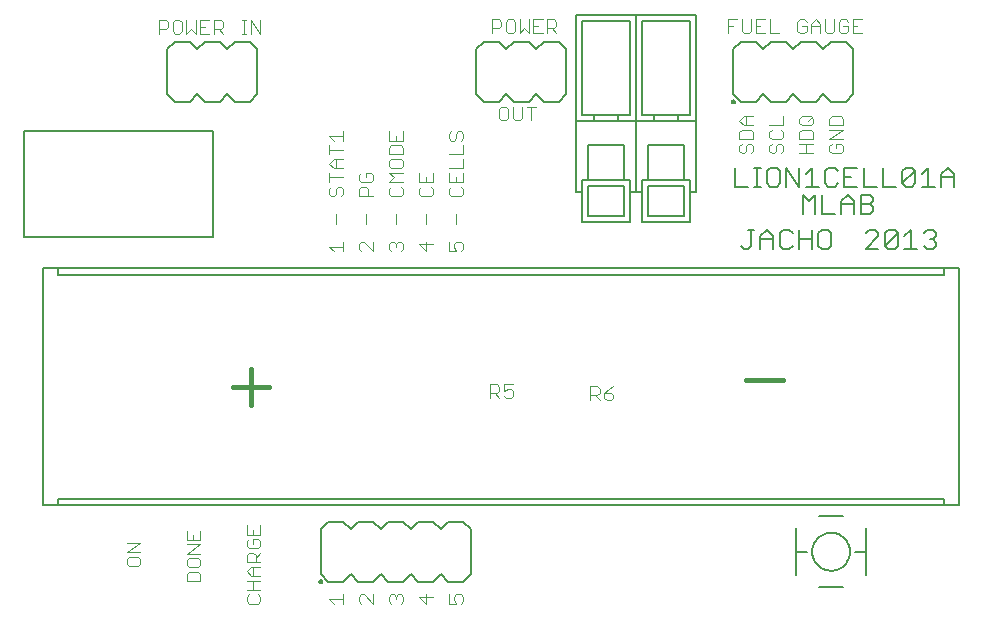
<source format=gbr>
G75*
G70*
%OFA0B0*%
%FSLAX24Y24*%
%IPPOS*%
%LPD*%
%AMOC8*
5,1,8,0,0,1.08239X$1,22.5*
%
%ADD10C,0.0060*%
%ADD11C,0.0040*%
%ADD12C,0.0050*%
%ADD13C,0.0160*%
D10*
X010160Y006163D02*
X010410Y005913D01*
X010910Y005913D01*
X011160Y006163D01*
X011410Y005913D01*
X011910Y005913D01*
X012160Y006163D01*
X012410Y005913D01*
X012910Y005913D01*
X013160Y006163D01*
X013410Y005913D01*
X013910Y005913D01*
X014160Y006163D01*
X014410Y005913D01*
X014910Y005913D01*
X015160Y006163D01*
X015160Y007663D01*
X014910Y007913D01*
X014410Y007913D01*
X014160Y007663D01*
X013910Y007913D01*
X013410Y007913D01*
X013160Y007663D01*
X012910Y007913D01*
X012410Y007913D01*
X012160Y007663D01*
X011910Y007913D01*
X011410Y007913D01*
X011160Y007663D01*
X010910Y007913D01*
X010410Y007913D01*
X010160Y007663D01*
X010160Y006163D01*
X024164Y017109D02*
X024271Y017002D01*
X024378Y017002D01*
X024485Y017109D01*
X024485Y017643D01*
X024591Y017643D02*
X024378Y017643D01*
X024809Y017429D02*
X025022Y017643D01*
X025236Y017429D01*
X025236Y017002D01*
X025454Y017109D02*
X025560Y017002D01*
X025774Y017002D01*
X025881Y017109D01*
X026098Y017002D02*
X026098Y017643D01*
X025881Y017536D02*
X025774Y017643D01*
X025560Y017643D01*
X025454Y017536D01*
X025454Y017109D01*
X025236Y017322D02*
X024809Y017322D01*
X024809Y017429D02*
X024809Y017002D01*
X026098Y017322D02*
X026525Y017322D01*
X026743Y017109D02*
X026849Y017002D01*
X027063Y017002D01*
X027170Y017109D01*
X027170Y017536D01*
X027063Y017643D01*
X026849Y017643D01*
X026743Y017536D01*
X026743Y017109D01*
X026525Y017002D02*
X026525Y017643D01*
X026639Y018179D02*
X026639Y018820D01*
X026425Y018606D01*
X026212Y018820D01*
X026212Y018179D01*
X026856Y018179D02*
X027283Y018179D01*
X027501Y018179D02*
X027501Y018606D01*
X027714Y018820D01*
X027928Y018606D01*
X027928Y018179D01*
X028145Y018179D02*
X028466Y018179D01*
X028572Y018286D01*
X028572Y018393D01*
X028466Y018499D01*
X028145Y018499D01*
X027928Y018499D02*
X027501Y018499D01*
X027608Y019081D02*
X028035Y019081D01*
X028253Y019081D02*
X028680Y019081D01*
X028897Y019081D02*
X029324Y019081D01*
X029542Y019188D02*
X029969Y019615D01*
X029969Y019188D01*
X029862Y019081D01*
X029649Y019081D01*
X029542Y019188D01*
X029542Y019615D01*
X029649Y019721D01*
X029862Y019721D01*
X029969Y019615D01*
X030186Y019508D02*
X030400Y019721D01*
X030400Y019081D01*
X030613Y019081D02*
X030186Y019081D01*
X030831Y019081D02*
X030831Y019508D01*
X031044Y019721D01*
X031258Y019508D01*
X031258Y019081D01*
X031258Y019401D02*
X030831Y019401D01*
X028897Y019721D02*
X028897Y019081D01*
X028572Y018713D02*
X028572Y018606D01*
X028466Y018499D01*
X028572Y018713D02*
X028466Y018820D01*
X028145Y018820D01*
X028145Y018179D01*
X028419Y017643D02*
X028312Y017536D01*
X028419Y017643D02*
X028632Y017643D01*
X028739Y017536D01*
X028739Y017429D01*
X028312Y017002D01*
X028739Y017002D01*
X028957Y017109D02*
X029063Y017002D01*
X029277Y017002D01*
X029384Y017109D01*
X029384Y017536D01*
X028957Y017109D01*
X028957Y017536D01*
X029063Y017643D01*
X029277Y017643D01*
X029384Y017536D01*
X029601Y017429D02*
X029815Y017643D01*
X029815Y017002D01*
X030028Y017002D02*
X029601Y017002D01*
X030246Y017109D02*
X030352Y017002D01*
X030566Y017002D01*
X030673Y017109D01*
X030673Y017216D01*
X030566Y017322D01*
X030459Y017322D01*
X030566Y017322D02*
X030673Y017429D01*
X030673Y017536D01*
X030566Y017643D01*
X030352Y017643D01*
X030246Y017536D01*
X028253Y019081D02*
X028253Y019721D01*
X028035Y019721D02*
X027608Y019721D01*
X027608Y019081D01*
X027391Y019188D02*
X027284Y019081D01*
X027070Y019081D01*
X026964Y019188D01*
X026964Y019615D01*
X027070Y019721D01*
X027284Y019721D01*
X027391Y019615D01*
X027608Y019401D02*
X027822Y019401D01*
X026746Y019081D02*
X026319Y019081D01*
X026533Y019081D02*
X026533Y019721D01*
X026319Y019508D01*
X026102Y019721D02*
X026102Y019081D01*
X025675Y019721D01*
X025675Y019081D01*
X025457Y019188D02*
X025457Y019615D01*
X025350Y019721D01*
X025137Y019721D01*
X025030Y019615D01*
X025030Y019188D01*
X025137Y019081D01*
X025350Y019081D01*
X025457Y019188D01*
X024814Y019081D02*
X024600Y019081D01*
X024707Y019081D02*
X024707Y019721D01*
X024600Y019721D02*
X024814Y019721D01*
X024383Y019081D02*
X023956Y019081D01*
X023956Y019721D01*
X026856Y018820D02*
X026856Y018179D01*
X026659Y021913D02*
X026159Y021913D01*
X025909Y022163D01*
X025659Y021913D01*
X025159Y021913D01*
X024909Y022163D01*
X024659Y021913D01*
X024159Y021913D01*
X023909Y022163D01*
X023909Y023663D01*
X024159Y023913D01*
X024659Y023913D01*
X024909Y023663D01*
X025159Y023913D01*
X025659Y023913D01*
X025909Y023663D01*
X026159Y023913D01*
X026659Y023913D01*
X026909Y023663D01*
X027159Y023913D01*
X027659Y023913D01*
X027909Y023663D01*
X027909Y022163D01*
X027659Y021913D01*
X027159Y021913D01*
X026909Y022163D01*
X026659Y021913D01*
X018333Y022163D02*
X018083Y021913D01*
X017583Y021913D01*
X017333Y022163D01*
X017083Y021913D01*
X016583Y021913D01*
X016333Y022163D01*
X016083Y021913D01*
X015583Y021913D01*
X015333Y022163D01*
X015333Y023663D01*
X015583Y023913D01*
X016083Y023913D01*
X016333Y023663D01*
X016583Y023913D01*
X017083Y023913D01*
X017333Y023663D01*
X017583Y023913D01*
X018083Y023913D01*
X018333Y023663D01*
X018333Y022163D01*
X008035Y022163D02*
X007785Y021913D01*
X007285Y021913D01*
X007035Y022163D01*
X006785Y021913D01*
X006285Y021913D01*
X006035Y022163D01*
X005785Y021913D01*
X005285Y021913D01*
X005035Y022163D01*
X005035Y023663D01*
X005285Y023913D01*
X005785Y023913D01*
X006035Y023663D01*
X006285Y023913D01*
X006785Y023913D01*
X007035Y023663D01*
X007285Y023913D01*
X007785Y023913D01*
X008035Y023663D01*
X008035Y022163D01*
D11*
X007680Y005260D02*
X007756Y005183D01*
X008063Y005183D01*
X008140Y005260D01*
X008140Y005413D01*
X008063Y005490D01*
X008140Y005643D02*
X007680Y005643D01*
X007756Y005490D02*
X007680Y005413D01*
X007680Y005260D01*
X007910Y005643D02*
X007910Y005950D01*
X007910Y006104D02*
X007910Y006411D01*
X007833Y006411D02*
X008140Y006411D01*
X008140Y006564D02*
X007680Y006564D01*
X007680Y006794D01*
X007756Y006871D01*
X007910Y006871D01*
X007987Y006794D01*
X007987Y006564D01*
X007987Y006718D02*
X008140Y006871D01*
X008063Y007025D02*
X008140Y007101D01*
X008140Y007255D01*
X008063Y007331D01*
X007910Y007331D01*
X007910Y007178D01*
X008063Y007025D02*
X007756Y007025D01*
X007680Y007101D01*
X007680Y007255D01*
X007756Y007331D01*
X007680Y007485D02*
X007680Y007792D01*
X007910Y007638D02*
X007910Y007485D01*
X008140Y007485D02*
X008140Y007792D01*
X008140Y007485D02*
X007680Y007485D01*
X007833Y006411D02*
X007680Y006257D01*
X007833Y006104D01*
X008140Y006104D01*
X008140Y005950D02*
X007680Y005950D01*
X006140Y005933D02*
X006140Y006163D01*
X006063Y006240D01*
X005756Y006240D01*
X005680Y006163D01*
X005680Y005933D01*
X006140Y005933D01*
X006063Y006393D02*
X005756Y006393D01*
X005680Y006470D01*
X005680Y006624D01*
X005756Y006700D01*
X006063Y006700D01*
X006140Y006624D01*
X006140Y006470D01*
X006063Y006393D01*
X006140Y006854D02*
X005680Y006854D01*
X006140Y007161D01*
X005680Y007161D01*
X005680Y007314D02*
X006140Y007314D01*
X006140Y007621D01*
X005910Y007468D02*
X005910Y007314D01*
X005680Y007314D02*
X005680Y007621D01*
X004140Y007200D02*
X003680Y007200D01*
X003680Y006893D02*
X004140Y007200D01*
X004140Y006893D02*
X003680Y006893D01*
X003756Y006740D02*
X003680Y006663D01*
X003680Y006510D01*
X003756Y006433D01*
X004063Y006433D01*
X004140Y006510D01*
X004140Y006663D01*
X004063Y006740D01*
X003756Y006740D01*
X010430Y005336D02*
X010890Y005336D01*
X010890Y005183D02*
X010890Y005490D01*
X010583Y005183D02*
X010430Y005336D01*
X011430Y005260D02*
X011506Y005183D01*
X011430Y005260D02*
X011430Y005413D01*
X011506Y005490D01*
X011583Y005490D01*
X011890Y005183D01*
X011890Y005490D01*
X012430Y005413D02*
X012506Y005490D01*
X012583Y005490D01*
X012660Y005413D01*
X012737Y005490D01*
X012813Y005490D01*
X012890Y005413D01*
X012890Y005260D01*
X012813Y005183D01*
X012660Y005336D02*
X012660Y005413D01*
X012430Y005413D02*
X012430Y005260D01*
X012506Y005183D01*
X013430Y005413D02*
X013660Y005183D01*
X013660Y005490D01*
X013890Y005413D02*
X013430Y005413D01*
X014430Y005490D02*
X014430Y005183D01*
X014660Y005183D01*
X014583Y005336D01*
X014583Y005413D01*
X014660Y005490D01*
X014813Y005490D01*
X014890Y005413D01*
X014890Y005260D01*
X014813Y005183D01*
X015792Y012034D02*
X015792Y012495D01*
X016022Y012495D01*
X016099Y012418D01*
X016099Y012264D01*
X016022Y012188D01*
X015792Y012188D01*
X015945Y012188D02*
X016099Y012034D01*
X016252Y012111D02*
X016329Y012034D01*
X016482Y012034D01*
X016559Y012111D01*
X016559Y012264D01*
X016482Y012341D01*
X016406Y012341D01*
X016252Y012264D01*
X016252Y012495D01*
X016559Y012495D01*
X019143Y012429D02*
X019143Y011968D01*
X019143Y012122D02*
X019373Y012122D01*
X019450Y012199D01*
X019450Y012352D01*
X019373Y012429D01*
X019143Y012429D01*
X019297Y012122D02*
X019450Y011968D01*
X019603Y012045D02*
X019603Y012199D01*
X019834Y012199D01*
X019910Y012122D01*
X019910Y012045D01*
X019834Y011968D01*
X019680Y011968D01*
X019603Y012045D01*
X019603Y012199D02*
X019757Y012352D01*
X019910Y012429D01*
X014890Y017010D02*
X014813Y016933D01*
X014890Y017010D02*
X014890Y017163D01*
X014813Y017240D01*
X014660Y017240D01*
X014583Y017163D01*
X014583Y017086D01*
X014660Y016933D01*
X014430Y016933D01*
X014430Y017240D01*
X013890Y017163D02*
X013430Y017163D01*
X013660Y016933D01*
X013660Y017240D01*
X013660Y017854D02*
X013660Y018161D01*
X013813Y018775D02*
X013506Y018775D01*
X013430Y018851D01*
X013430Y019005D01*
X013506Y019081D01*
X013430Y019235D02*
X013890Y019235D01*
X013890Y019542D01*
X013660Y019388D02*
X013660Y019235D01*
X013813Y019081D02*
X013890Y019005D01*
X013890Y018851D01*
X013813Y018775D01*
X013430Y019235D02*
X013430Y019542D01*
X012890Y019542D02*
X012430Y019542D01*
X012583Y019388D01*
X012430Y019235D01*
X012890Y019235D01*
X012813Y019081D02*
X012890Y019005D01*
X012890Y018851D01*
X012813Y018775D01*
X012506Y018775D01*
X012430Y018851D01*
X012430Y019005D01*
X012506Y019081D01*
X011890Y019312D02*
X011890Y019465D01*
X011813Y019542D01*
X011660Y019542D01*
X011660Y019388D01*
X011813Y019235D02*
X011506Y019235D01*
X011430Y019312D01*
X011430Y019465D01*
X011506Y019542D01*
X011813Y019235D02*
X011890Y019312D01*
X011660Y019081D02*
X011737Y019005D01*
X011737Y018775D01*
X011890Y018775D02*
X011430Y018775D01*
X011430Y019005D01*
X011506Y019081D01*
X011660Y019081D01*
X010890Y019005D02*
X010890Y018851D01*
X010813Y018775D01*
X010660Y018851D02*
X010660Y019005D01*
X010737Y019081D01*
X010813Y019081D01*
X010890Y019005D01*
X010660Y018851D02*
X010583Y018775D01*
X010506Y018775D01*
X010430Y018851D01*
X010430Y019005D01*
X010506Y019081D01*
X010430Y019235D02*
X010430Y019542D01*
X010430Y019388D02*
X010890Y019388D01*
X010890Y019695D02*
X010583Y019695D01*
X010430Y019849D01*
X010583Y020002D01*
X010890Y020002D01*
X010660Y020002D02*
X010660Y019695D01*
X010430Y020156D02*
X010430Y020463D01*
X010430Y020309D02*
X010890Y020309D01*
X010890Y020616D02*
X010890Y020923D01*
X010890Y020770D02*
X010430Y020770D01*
X010583Y020616D01*
X012430Y020616D02*
X012890Y020616D01*
X012890Y020923D01*
X012660Y020770D02*
X012660Y020616D01*
X012813Y020463D02*
X012506Y020463D01*
X012430Y020386D01*
X012430Y020156D01*
X012890Y020156D01*
X012890Y020386D01*
X012813Y020463D01*
X012430Y020616D02*
X012430Y020923D01*
X012506Y020002D02*
X012430Y019926D01*
X012430Y019772D01*
X012506Y019695D01*
X012813Y019695D01*
X012890Y019772D01*
X012890Y019926D01*
X012813Y020002D01*
X012506Y020002D01*
X012660Y018161D02*
X012660Y017854D01*
X012737Y017240D02*
X012813Y017240D01*
X012890Y017163D01*
X012890Y017010D01*
X012813Y016933D01*
X012660Y017086D02*
X012660Y017163D01*
X012737Y017240D01*
X012660Y017163D02*
X012583Y017240D01*
X012506Y017240D01*
X012430Y017163D01*
X012430Y017010D01*
X012506Y016933D01*
X011890Y016933D02*
X011890Y017240D01*
X011890Y016933D02*
X011583Y017240D01*
X011506Y017240D01*
X011430Y017163D01*
X011430Y017010D01*
X011506Y016933D01*
X010890Y016933D02*
X010890Y017240D01*
X010890Y017086D02*
X010430Y017086D01*
X010583Y016933D01*
X010660Y017854D02*
X010660Y018161D01*
X011660Y018161D02*
X011660Y017854D01*
X014430Y018851D02*
X014506Y018775D01*
X014813Y018775D01*
X014890Y018851D01*
X014890Y019005D01*
X014813Y019081D01*
X014890Y019235D02*
X014430Y019235D01*
X014430Y019542D01*
X014430Y019695D02*
X014890Y019695D01*
X014890Y020002D01*
X014890Y020156D02*
X014430Y020156D01*
X014890Y020156D02*
X014890Y020463D01*
X014813Y020616D02*
X014890Y020693D01*
X014890Y020846D01*
X014813Y020923D01*
X014737Y020923D01*
X014660Y020846D01*
X014660Y020693D01*
X014583Y020616D01*
X014506Y020616D01*
X014430Y020693D01*
X014430Y020846D01*
X014506Y020923D01*
X016090Y021366D02*
X016167Y021289D01*
X016320Y021289D01*
X016397Y021366D01*
X016397Y021673D01*
X016320Y021750D01*
X016167Y021750D01*
X016090Y021673D01*
X016090Y021366D01*
X016551Y021366D02*
X016627Y021289D01*
X016781Y021289D01*
X016857Y021366D01*
X016857Y021750D01*
X017011Y021750D02*
X017318Y021750D01*
X017164Y021750D02*
X017164Y021289D01*
X016551Y021366D02*
X016551Y021750D01*
X014890Y019542D02*
X014890Y019235D01*
X014660Y019235D02*
X014660Y019388D01*
X014506Y019081D02*
X014430Y019005D01*
X014430Y018851D01*
X014660Y018161D02*
X014660Y017854D01*
X015858Y024203D02*
X015858Y024663D01*
X016089Y024663D01*
X016165Y024586D01*
X016165Y024433D01*
X016089Y024356D01*
X015858Y024356D01*
X016319Y024279D02*
X016319Y024586D01*
X016395Y024663D01*
X016549Y024663D01*
X016626Y024586D01*
X016626Y024279D01*
X016549Y024203D01*
X016395Y024203D01*
X016319Y024279D01*
X016779Y024203D02*
X016933Y024356D01*
X017086Y024203D01*
X017086Y024663D01*
X017240Y024663D02*
X017240Y024203D01*
X017546Y024203D01*
X017700Y024203D02*
X017700Y024663D01*
X017930Y024663D01*
X018007Y024586D01*
X018007Y024433D01*
X017930Y024356D01*
X017700Y024356D01*
X017853Y024356D02*
X018007Y024203D01*
X017393Y024433D02*
X017240Y024433D01*
X017240Y024663D02*
X017546Y024663D01*
X016779Y024663D02*
X016779Y024203D01*
X023735Y024203D02*
X023735Y024663D01*
X024042Y024663D01*
X024196Y024663D02*
X024196Y024279D01*
X024272Y024203D01*
X024426Y024203D01*
X024502Y024279D01*
X024502Y024663D01*
X024656Y024663D02*
X024656Y024203D01*
X024963Y024203D01*
X025116Y024203D02*
X025423Y024203D01*
X025116Y024203D02*
X025116Y024663D01*
X024963Y024663D02*
X024656Y024663D01*
X024656Y024433D02*
X024809Y024433D01*
X023889Y024433D02*
X023735Y024433D01*
X026037Y024586D02*
X026037Y024279D01*
X026114Y024203D01*
X026267Y024203D01*
X026344Y024279D01*
X026344Y024433D01*
X026191Y024433D01*
X026344Y024586D02*
X026267Y024663D01*
X026114Y024663D01*
X026037Y024586D01*
X026497Y024510D02*
X026497Y024203D01*
X026497Y024433D02*
X026804Y024433D01*
X026804Y024510D02*
X026804Y024203D01*
X026958Y024279D02*
X027035Y024203D01*
X027188Y024203D01*
X027265Y024279D01*
X027265Y024663D01*
X027418Y024586D02*
X027495Y024663D01*
X027648Y024663D01*
X027725Y024586D01*
X027725Y024433D02*
X027572Y024433D01*
X027725Y024433D02*
X027725Y024279D01*
X027648Y024203D01*
X027495Y024203D01*
X027418Y024279D01*
X027418Y024586D01*
X026958Y024663D02*
X026958Y024279D01*
X026804Y024510D02*
X026651Y024663D01*
X026497Y024510D01*
X027879Y024433D02*
X028032Y024433D01*
X027879Y024663D02*
X027879Y024203D01*
X028186Y024203D01*
X028186Y024663D02*
X027879Y024663D01*
X027485Y021430D02*
X027178Y021430D01*
X027101Y021354D01*
X027101Y021123D01*
X027561Y021123D01*
X027561Y021354D01*
X027485Y021430D01*
X027561Y020970D02*
X027101Y020970D01*
X027101Y020663D02*
X027561Y020970D01*
X027561Y020663D02*
X027101Y020663D01*
X027178Y020510D02*
X027101Y020433D01*
X027101Y020279D01*
X027178Y020203D01*
X027485Y020203D01*
X027561Y020279D01*
X027561Y020433D01*
X027485Y020510D01*
X027331Y020510D01*
X027331Y020356D01*
X026561Y020203D02*
X026101Y020203D01*
X026331Y020203D02*
X026331Y020510D01*
X026101Y020510D02*
X026561Y020510D01*
X026561Y020663D02*
X026561Y020893D01*
X026485Y020970D01*
X026178Y020970D01*
X026101Y020893D01*
X026101Y020663D01*
X026561Y020663D01*
X026485Y021123D02*
X026561Y021200D01*
X026561Y021354D01*
X026485Y021430D01*
X026178Y021430D01*
X026101Y021354D01*
X026101Y021200D01*
X026178Y021123D01*
X026485Y021123D01*
X026408Y021277D02*
X026561Y021430D01*
X025561Y021430D02*
X025561Y021123D01*
X025101Y021123D01*
X025178Y020970D02*
X025101Y020893D01*
X025101Y020740D01*
X025178Y020663D01*
X025485Y020663D01*
X025561Y020740D01*
X025561Y020893D01*
X025485Y020970D01*
X025485Y020510D02*
X025408Y020510D01*
X025331Y020433D01*
X025331Y020279D01*
X025254Y020203D01*
X025178Y020203D01*
X025101Y020279D01*
X025101Y020433D01*
X025178Y020510D01*
X025485Y020510D02*
X025561Y020433D01*
X025561Y020279D01*
X025485Y020203D01*
X024561Y020279D02*
X024485Y020203D01*
X024561Y020279D02*
X024561Y020433D01*
X024485Y020510D01*
X024408Y020510D01*
X024331Y020433D01*
X024331Y020279D01*
X024254Y020203D01*
X024178Y020203D01*
X024101Y020279D01*
X024101Y020433D01*
X024178Y020510D01*
X024101Y020663D02*
X024101Y020893D01*
X024178Y020970D01*
X024485Y020970D01*
X024561Y020893D01*
X024561Y020663D01*
X024101Y020663D01*
X024254Y021123D02*
X024101Y021277D01*
X024254Y021430D01*
X024561Y021430D01*
X024331Y021430D02*
X024331Y021123D01*
X024254Y021123D02*
X024561Y021123D01*
X008129Y024183D02*
X008129Y024643D01*
X007822Y024643D02*
X008129Y024183D01*
X007822Y024183D02*
X007822Y024643D01*
X007669Y024643D02*
X007515Y024643D01*
X007592Y024643D02*
X007592Y024183D01*
X007515Y024183D02*
X007669Y024183D01*
X006901Y024183D02*
X006748Y024336D01*
X006825Y024336D02*
X006594Y024336D01*
X006594Y024183D02*
X006594Y024643D01*
X006825Y024643D01*
X006901Y024567D01*
X006901Y024413D01*
X006825Y024336D01*
X006441Y024183D02*
X006134Y024183D01*
X006134Y024643D01*
X006441Y024643D01*
X006287Y024413D02*
X006134Y024413D01*
X005981Y024183D02*
X005827Y024336D01*
X005674Y024183D01*
X005674Y024643D01*
X005520Y024567D02*
X005443Y024643D01*
X005290Y024643D01*
X005213Y024567D01*
X005213Y024260D01*
X005290Y024183D01*
X005443Y024183D01*
X005520Y024260D01*
X005520Y024567D01*
X005060Y024567D02*
X004983Y024643D01*
X004753Y024643D01*
X004753Y024183D01*
X004753Y024336D02*
X004983Y024336D01*
X005060Y024413D01*
X005060Y024567D01*
X005981Y024643D02*
X005981Y024183D01*
D12*
X006566Y020935D02*
X006566Y017391D01*
X000266Y017391D01*
X000266Y020935D01*
X006566Y020935D01*
X001394Y016370D02*
X000882Y016370D01*
X000882Y008456D01*
X001394Y008456D01*
X001394Y008673D01*
X030922Y008673D01*
X030922Y008456D01*
X031438Y008456D01*
X031438Y016370D01*
X030922Y016370D01*
X030922Y016153D01*
X001394Y016153D01*
X001394Y016370D01*
X030922Y016370D01*
X023859Y021913D02*
X023861Y021926D01*
X023866Y021939D01*
X023875Y021950D01*
X023886Y021957D01*
X023899Y021962D01*
X023912Y021963D01*
X023926Y021960D01*
X023938Y021954D01*
X023948Y021945D01*
X023955Y021933D01*
X023959Y021920D01*
X023959Y021906D01*
X023955Y021893D01*
X023948Y021881D01*
X023938Y021872D01*
X023926Y021866D01*
X023912Y021863D01*
X023899Y021864D01*
X023886Y021869D01*
X023875Y021876D01*
X023866Y021887D01*
X023861Y021900D01*
X023859Y021913D01*
X022644Y021259D02*
X022644Y024803D01*
X020676Y024803D01*
X020676Y021259D01*
X021266Y021259D01*
X021266Y021456D01*
X020873Y021456D01*
X020873Y024606D01*
X022447Y024606D01*
X022447Y021456D01*
X022054Y021456D01*
X022054Y021259D01*
X022644Y021259D01*
X022644Y018897D01*
X022447Y018897D01*
X022447Y017913D01*
X020873Y017913D01*
X020873Y018897D01*
X020676Y018897D01*
X020676Y021259D01*
X020644Y021259D02*
X020644Y024803D01*
X018676Y024803D01*
X018676Y021259D01*
X019266Y021259D01*
X019266Y021456D01*
X018873Y021456D01*
X018873Y024606D01*
X020447Y024606D01*
X020447Y021456D01*
X020054Y021456D01*
X020054Y021259D01*
X020644Y021259D01*
X020644Y018897D01*
X020447Y018897D01*
X020447Y017913D01*
X018873Y017913D01*
X018873Y018897D01*
X018676Y018897D01*
X018676Y021259D01*
X019266Y021259D02*
X020054Y021259D01*
X020054Y021456D02*
X019266Y021456D01*
X019069Y020472D02*
X020251Y020472D01*
X020251Y019291D01*
X020447Y019291D01*
X020447Y018897D01*
X020251Y019094D02*
X020251Y018110D01*
X019069Y018110D01*
X019069Y019094D01*
X020251Y019094D01*
X020251Y019291D02*
X019069Y019291D01*
X019069Y020472D01*
X019069Y019291D02*
X018873Y019291D01*
X018873Y018897D01*
X020873Y018897D02*
X020873Y019291D01*
X021069Y019291D01*
X021069Y020472D01*
X022251Y020472D01*
X022251Y019291D01*
X022447Y019291D01*
X022447Y018897D01*
X022251Y019094D02*
X022251Y018110D01*
X021069Y018110D01*
X021069Y019094D01*
X022251Y019094D01*
X022251Y019291D02*
X021069Y019291D01*
X021266Y021259D02*
X022054Y021259D01*
X022054Y021456D02*
X021266Y021456D01*
X030922Y008456D02*
X001394Y008456D01*
X010110Y005913D02*
X010112Y005926D01*
X010117Y005939D01*
X010126Y005950D01*
X010137Y005957D01*
X010150Y005962D01*
X010163Y005963D01*
X010177Y005960D01*
X010189Y005954D01*
X010199Y005945D01*
X010206Y005933D01*
X010210Y005920D01*
X010210Y005906D01*
X010206Y005893D01*
X010199Y005881D01*
X010189Y005872D01*
X010177Y005866D01*
X010163Y005863D01*
X010150Y005864D01*
X010137Y005869D01*
X010126Y005876D01*
X010117Y005887D01*
X010112Y005900D01*
X010110Y005913D01*
X025979Y006126D02*
X025979Y006913D01*
X026373Y006913D01*
X025979Y006913D02*
X025979Y007700D01*
X026766Y008094D02*
X027554Y008094D01*
X028341Y007700D02*
X028341Y006913D01*
X027947Y006913D01*
X028341Y006913D02*
X028341Y006126D01*
X027554Y005732D02*
X026766Y005732D01*
X026530Y006913D02*
X026532Y006963D01*
X026538Y007013D01*
X026548Y007062D01*
X026562Y007110D01*
X026579Y007157D01*
X026600Y007202D01*
X026625Y007246D01*
X026653Y007287D01*
X026685Y007326D01*
X026719Y007363D01*
X026756Y007397D01*
X026796Y007427D01*
X026838Y007454D01*
X026882Y007478D01*
X026928Y007499D01*
X026975Y007515D01*
X027023Y007528D01*
X027073Y007537D01*
X027122Y007542D01*
X027173Y007543D01*
X027223Y007540D01*
X027272Y007533D01*
X027321Y007522D01*
X027369Y007507D01*
X027415Y007489D01*
X027460Y007467D01*
X027503Y007441D01*
X027544Y007412D01*
X027583Y007380D01*
X027619Y007345D01*
X027651Y007307D01*
X027681Y007267D01*
X027708Y007224D01*
X027731Y007180D01*
X027750Y007134D01*
X027766Y007086D01*
X027778Y007037D01*
X027786Y006988D01*
X027790Y006938D01*
X027790Y006888D01*
X027786Y006838D01*
X027778Y006789D01*
X027766Y006740D01*
X027750Y006692D01*
X027731Y006646D01*
X027708Y006602D01*
X027681Y006559D01*
X027651Y006519D01*
X027619Y006481D01*
X027583Y006446D01*
X027544Y006414D01*
X027503Y006385D01*
X027460Y006359D01*
X027415Y006337D01*
X027369Y006319D01*
X027321Y006304D01*
X027272Y006293D01*
X027223Y006286D01*
X027173Y006283D01*
X027122Y006284D01*
X027073Y006289D01*
X027023Y006298D01*
X026975Y006311D01*
X026928Y006327D01*
X026882Y006348D01*
X026838Y006372D01*
X026796Y006399D01*
X026756Y006429D01*
X026719Y006463D01*
X026685Y006500D01*
X026653Y006539D01*
X026625Y006580D01*
X026600Y006624D01*
X026579Y006669D01*
X026562Y006716D01*
X026548Y006764D01*
X026538Y006813D01*
X026532Y006863D01*
X026530Y006913D01*
D13*
X025560Y012622D02*
X024333Y012622D01*
X008442Y012402D02*
X007214Y012402D01*
X007828Y013016D02*
X007828Y011788D01*
M02*

</source>
